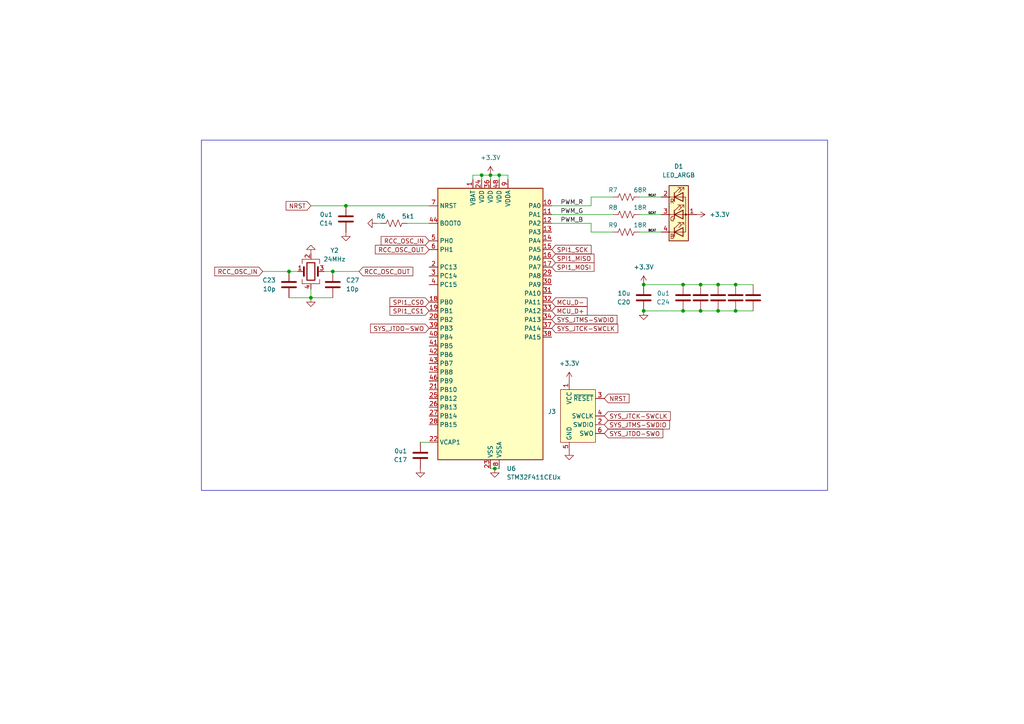
<source format=kicad_sch>
(kicad_sch (version 20250114) (generator "eeschema") (generator_version "9.0")
  (paper "A4")
  (lib_symbols
    (symbol "Connector:Conn_ARM_SWD_TagConnect_TC2030-NL" (in_bom no)
      (property "Reference" "J" (at 2.54 11.43 0))
      (property "Value" "Conn_ARM_SWD_TagConnect_TC2030-NL" (at 2.54 8.89 0))
      (symbol "Conn_ARM_SWD_TagConnect_TC2030-NL_0_0"
        (pin power_in line (at -2.54 10.16 270) (length 2.54) (name "VCC") (number "1"))
        (pin power_in line (at -2.54 -10.16 90) (length 2.54) (name "GND") (number "5"))
        (pin open_collector line (at 7.62 5.08 180) (length 2.54) (name "~{RESET}") (number "3"))
        (pin output line (at 7.62 0 180) (length 2.54) (name "SWCLK") (number "4"))
        (pin bidirectional line (at 7.62 -2.54 180) (length 2.54) (name "SWDIO") (number "2"))
        (pin input line (at 7.62 -5.08 180) (length 2.54) (name "SWO") (number "6"))
      )
      (symbol "Conn_ARM_SWD_TagConnect_TC2030-NL_0_1"
        (rectangle (start -5.08 7.62) (end 5.08 -7.62) (fill (type background)))
      )
    )
    (symbol "Device:C" (pin_numbers (hide yes)) (pin_names (offset 0.254))
      (property "Reference" "C" (at 0.635 2.54 0))
      (property "Value" "C" (at 0.635 -2.54 0))
      (symbol "C_0_1"
        (polyline (pts (xy -2.032 0.762) (xy 2.032 0.762)) (stroke (width 0.508)))
        (polyline (pts (xy -2.032 -0.762) (xy 2.032 -0.762)) (stroke (width 0.508)))
      )
      (symbol "C_1_1"
        (pin passive line (at 0 3.81 270) (length 2.794) (name "~") (number "1"))
        (pin passive line (at 0 -3.81 90) (length 2.794) (name "~") (number "2"))
      )
    )
    (symbol "Device:Crystal_GND24" (pin_names (offset 1.016) (hide yes))
      (property "Reference" "Y" (at 3.175 5.08 0))
      (property "Value" "Crystal_GND24" (at 3.175 3.175 0))
      (symbol "Crystal_GND24_0_1"
        (polyline (pts (xy -2.54 2.286) (xy -2.54 3.556) (xy 2.54 3.556) (xy 2.54 2.286)))
        (polyline (pts (xy -2.54 0) (xy -2.032 0)))
        (polyline (pts (xy -2.54 -2.286) (xy -2.54 -3.556) (xy 2.54 -3.556) (xy 2.54 -2.286)))
        (polyline (pts (xy -2.032 -1.27) (xy -2.032 1.27)) (stroke (width 0.508)))
        (rectangle (start -1.143 2.54) (end 1.143 -2.54) (stroke (width 0.3048)))
        (polyline (pts (xy 0 3.556) (xy 0 3.81)))
        (polyline (pts (xy 0 -3.81) (xy 0 -3.556)))
        (polyline (pts (xy 2.032 0) (xy 2.54 0)))
        (polyline (pts (xy 2.032 -1.27) (xy 2.032 1.27)) (stroke (width 0.508)))
      )
      (symbol "Crystal_GND24_1_1"
        (pin passive line (at -3.81 0 0) (length 1.27) (name "1") (number "1"))
        (pin passive line (at 0 5.08 270) (length 1.27) (name "2") (number "2"))
        (pin passive line (at 0 -5.08 90) (length 1.27) (name "4") (number "4"))
        (pin passive line (at 3.81 0 180) (length 1.27) (name "3") (number "3"))
      )
    )
    (symbol "Device:LED_ARGB" (pin_names (offset 0) (hide yes))
      (property "Reference" "D" (at 0 9.398 0))
      (property "Value" "LED_ARGB" (at 0 -8.89 0))
      (symbol "LED_ARGB_0_0"
        (text "R" (at -1.905 3.81 0) (effects (font (size 1.27 1.27))))
        (text "G" (at -1.905 -1.27 0) (effects (font (size 1.27 1.27))))
        (text "B" (at -1.905 -6.35 0) (effects (font (size 1.27 1.27))))
      )
      (symbol "LED_ARGB_0_1"
        (polyline (pts (xy -1.27 6.35) (xy -1.27 3.81)) (stroke (width 0.254)))
        (polyline (pts (xy -1.27 6.35) (xy -1.27 3.81) (xy -1.27 3.81)))
        (polyline (pts (xy -1.27 5.08) (xy -2.54 5.08)))
        (polyline (pts (xy -1.27 5.08) (xy 1.27 5.08)))
        (polyline (pts (xy -1.27 1.27) (xy -1.27 -1.27)) (stroke (width 0.254)))
        (polyline (pts (xy -1.27 1.27) (xy -1.27 -1.27) (xy -1.27 -1.27)))
        (polyline (pts (xy -1.27 0) (xy -2.54 0)))
        (polyline (pts (xy -1.27 -3.81) (xy -1.27 -6.35)) (stroke (width 0.254)))
        (polyline (pts (xy -1.27 -5.08) (xy -2.54 -5.08)))
        (polyline (pts (xy -1.27 -5.08) (xy 1.27 -5.08)))
        (polyline (pts (xy -1.016 6.35) (xy 0.508 7.874) (xy -0.254 7.874) (xy 0.508 7.874) (xy 0.508 7.112)))
        (polyline (pts (xy -1.016 1.27) (xy 0.508 2.794) (xy -0.254 2.794) (xy 0.508 2.794) (xy 0.508 2.032)))
        (polyline (pts (xy -1.016 -3.81) (xy 0.508 -2.286) (xy -0.254 -2.286) (xy 0.508 -2.286) (xy 0.508 -3.048)))
        (polyline (pts (xy 0 6.35) (xy 1.524 7.874) (xy 0.762 7.874) (xy 1.524 7.874) (xy 1.524 7.112)))
        (polyline (pts (xy 0 1.27) (xy 1.524 2.794) (xy 0.762 2.794) (xy 1.524 2.794) (xy 1.524 2.032)))
        (polyline (pts (xy 0 -3.81) (xy 1.524 -2.286) (xy 0.762 -2.286) (xy 1.524 -2.286) (xy 1.524 -3.048)))
        (polyline (pts (xy 1.27 6.35) (xy 1.27 3.81) (xy -1.27 5.08) (xy 1.27 6.35)) (stroke (width 0.254)))
        (rectangle (start 1.27 6.35) (end 1.27 6.35))
        (rectangle (start 1.27 3.81) (end 1.27 6.35))
        (polyline (pts (xy 1.27 1.27) (xy 1.27 -1.27) (xy -1.27 0) (xy 1.27 1.27)) (stroke (width 0.254)))
        (rectangle (start 1.27 1.27) (end 1.27 1.27))
        (polyline (pts (xy 1.27 0) (xy -1.27 0)))
        (polyline (pts (xy 1.27 0) (xy 2.54 0)))
        (rectangle (start 1.27 -1.27) (end 1.27 1.27))
        (polyline (pts (xy 1.27 -3.81) (xy 1.27 -6.35) (xy -1.27 -5.08) (xy 1.27 -3.81)) (stroke (width 0.254)))
        (polyline (pts (xy 1.27 -5.08) (xy 2.032 -5.08) (xy 2.032 5.08) (xy 1.27 5.08)))
        (circle (center 2.032 0) (radius 0.254) (fill (type outline)))
        (rectangle (start 2.794 8.382) (end -2.794 -7.62) (stroke (width 0.254)) (fill (type background)))
      )
      (symbol "LED_ARGB_1_1"
        (pin passive line (at -5.08 5.08 0) (length 2.54) (name "RK") (number "2"))
        (pin passive line (at -5.08 0 0) (length 2.54) (name "GK") (number "3"))
        (pin passive line (at -5.08 -5.08 0) (length 2.54) (name "BK") (number "4"))
        (pin passive line (at 5.08 0 180) (length 2.54) (name "A") (number "1"))
      )
    )
    (symbol "Device:R_US" (pin_numbers (hide yes)) (pin_names (offset 0))
      (property "Reference" "R" (at 2.54 0 90))
      (property "Value" "R_US" (at -2.54 0 90))
      (symbol "R_US_0_1"
        (polyline (pts (xy 0 2.286) (xy 0 2.54)))
        (polyline (pts (xy 0 2.286) (xy 1.016 1.905) (xy 0 1.524) (xy -1.016 1.143) (xy 0 0.762)))
        (polyline (pts (xy 0 0.762) (xy 1.016 0.381) (xy 0 0) (xy -1.016 -0.381) (xy 0 -0.762)))
        (polyline (pts (xy 0 -0.762) (xy 1.016 -1.143) (xy 0 -1.524) (xy -1.016 -1.905) (xy 0 -2.286)))
        (polyline (pts (xy 0 -2.286) (xy 0 -2.54)))
      )
      (symbol "R_US_1_1"
        (pin passive line (at 0 3.81 270) (length 1.27) (name "~") (number "1"))
        (pin passive line (at 0 -3.81 90) (length 1.27) (name "~") (number "2"))
      )
    )
    (symbol "MCU_ST_STM32F4:STM32F411CEUx"
      (property "Reference" "U" (at -15.24 41.91 0))
      (property "Value" "STM32F411CEUx" (at 7.62 41.91 0))
      (symbol "STM32F411CEUx_0_1"
        (rectangle (start -15.24 -38.1) (end 15.24 40.64) (stroke (width 0.254)) (fill (type background)))
      )
      (symbol "STM32F411CEUx_1_1"
        (pin input line (at -17.78 35.56 0) (length 2.54) (name "NRST") (number "7"))
        (pin input line (at -17.78 30.48 0) (length 2.54) (name "BOOT0") (number "44"))
        (pin bidirectional line (at -17.78 25.4 0) (length 2.54) (name "PH0") (number "5"))
        (pin bidirectional line (at -17.78 22.86 0) (length 2.54) (name "PH1") (number "6"))
        (pin bidirectional line (at -17.78 17.78 0) (length 2.54) (name "PC13") (number "2"))
        (pin bidirectional line (at -17.78 15.24 0) (length 2.54) (name "PC14") (number "3"))
        (pin bidirectional line (at -17.78 12.7 0) (length 2.54) (name "PC15") (number "4"))
        (pin bidirectional line (at -17.78 7.62 0) (length 2.54) (name "PB0") (number "18"))
        (pin bidirectional line (at -17.78 5.08 0) (length 2.54) (name "PB1") (number "19"))
        (pin bidirectional line (at -17.78 2.54 0) (length 2.54) (name "PB2") (number "20"))
        (pin bidirectional line (at -17.78 0 0) (length 2.54) (name "PB3") (number "39"))
        (pin bidirectional line (at -17.78 -2.54 0) (length 2.54) (name "PB4") (number "40"))
        (pin bidirectional line (at -17.78 -5.08 0) (length 2.54) (name "PB5") (number "41"))
        (pin bidirectional line (at -17.78 -7.62 0) (length 2.54) (name "PB6") (number "42"))
        (pin bidirectional line (at -17.78 -10.16 0) (length 2.54) (name "PB7") (number "43"))
        (pin bidirectional line (at -17.78 -12.7 0) (length 2.54) (name "PB8") (number "45"))
        (pin bidirectional line (at -17.78 -15.24 0) (length 2.54) (name "PB9") (number "46"))
        (pin bidirectional line (at -17.78 -17.78 0) (length 2.54) (name "PB10") (number "21"))
        (pin bidirectional line (at -17.78 -20.32 0) (length 2.54) (name "PB12") (number "25"))
        (pin bidirectional line (at -17.78 -22.86 0) (length 2.54) (name "PB13") (number "26"))
        (pin bidirectional line (at -17.78 -25.4 0) (length 2.54) (name "PB14") (number "27"))
        (pin bidirectional line (at -17.78 -27.94 0) (length 2.54) (name "PB15") (number "28"))
        (pin power_out line (at -17.78 -33.02 0) (length 2.54) (name "VCAP1") (number "22"))
        (pin power_in line (at -5.08 43.18 270) (length 2.54) (name "VBAT") (number "1"))
        (pin power_in line (at -2.54 43.18 270) (length 2.54) (name "VDD") (number "24"))
        (pin power_in line (at 0 43.18 270) (length 2.54) (name "VDD") (number "36"))
        (pin power_in line (at 0 -40.64 90) (length 2.54) (name "VSS") (number "23"))
        (pin passive line (at 0 -40.64 90) (length 2.54) (hide yes) (name "VSS") (number "35"))
        (pin passive line (at 0 -40.64 90) (length 2.54) (hide yes) (name "VSS") (number "47"))
        (pin passive line (at 0 -40.64 90) (length 2.54) (hide yes) (name "VSS") (number "49"))
        (pin power_in line (at 2.54 43.18 270) (length 2.54) (name "VDD") (number "48"))
        (pin power_in line (at 2.54 -40.64 90) (length 2.54) (name "VSSA") (number "8"))
        (pin power_in line (at 5.08 43.18 270) (length 2.54) (name "VDDA") (number "9"))
        (pin bidirectional line (at 17.78 35.56 180) (length 2.54) (name "PA0") (number "10"))
        (pin bidirectional line (at 17.78 33.02 180) (length 2.54) (name "PA1") (number "11"))
        (pin bidirectional line (at 17.78 30.48 180) (length 2.54) (name "PA2") (number "12"))
        (pin bidirectional line (at 17.78 27.94 180) (length 2.54) (name "PA3") (number "13"))
        (pin bidirectional line (at 17.78 25.4 180) (length 2.54) (name "PA4") (number "14"))
        (pin bidirectional line (at 17.78 22.86 180) (length 2.54) (name "PA5") (number "15"))
        (pin bidirectional line (at 17.78 20.32 180) (length 2.54) (name "PA6") (number "16"))
        (pin bidirectional line (at 17.78 17.78 180) (length 2.54) (name "PA7") (number "17"))
        (pin bidirectional line (at 17.78 15.24 180) (length 2.54) (name "PA8") (number "29"))
        (pin bidirectional line (at 17.78 12.7 180) (length 2.54) (name "PA9") (number "30"))
        (pin bidirectional line (at 17.78 10.16 180) (length 2.54) (name "PA10") (number "31"))
        (pin bidirectional line (at 17.78 7.62 180) (length 2.54) (name "PA11") (number "32"))
        (pin bidirectional line (at 17.78 5.08 180) (length 2.54) (name "PA12") (number "33"))
        (pin bidirectional line (at 17.78 2.54 180) (length 2.54) (name "PA13") (number "34"))
        (pin bidirectional line (at 17.78 0 180) (length 2.54) (name "PA14") (number "37"))
        (pin bidirectional line (at 17.78 -2.54 180) (length 2.54) (name "PA15") (number "38"))
      )
    )
    (symbol "power:+3.3V" (power) (pin_numbers (hide yes)) (pin_names (offset 0) (hide yes))
      (property "Value" "+3.3V" (at 0 3.556 0))
      (symbol "+3.3V_0_1"
        (polyline (pts (xy -0.762 1.27) (xy 0 2.54)))
        (polyline (pts (xy 0 2.54) (xy 0.762 1.27)))
        (polyline (pts (xy 0 0) (xy 0 2.54)))
      )
      (symbol "+3.3V_1_1"
        (pin power_in line (at 0 0 90) (length 0) (name "~") (number "1"))
      )
    )
    (symbol "power:GND" (power) (pin_numbers (hide yes)) (pin_names (offset 0) (hide yes))
      (property "Value" "GND" (at 0 -3.81 0))
      (symbol "GND_0_1"
        (polyline (pts (xy 0 0) (xy 0 -1.27) (xy 1.27 -1.27) (xy 0 -2.54) (xy -1.27 -1.27) (xy 0 -1.27)))
      )
      (symbol "GND_1_1"
        (pin power_in line (at 0 0 270) (length 0) (name "~") (number "1"))
      )
    )
  )
  (rectangle (start 58.42 40.64) (end 240.03 142.24))
  (junction (at 90.17 86.36))
  (junction (at 213.36 90.17))
  (junction (at 139.7 50.8))
  (junction (at 186.69 90.17))
  (junction (at 143.51 135.89))
  (junction (at 203.2 90.17))
  (junction (at 208.28 90.17))
  (junction (at 198.12 82.55))
  (junction (at 144.78 50.8))
  (junction (at 203.2 82.55))
  (junction (at 198.12 90.17))
  (junction (at 96.52 78.74))
  (junction (at 142.24 50.8))
  (junction (at 100.33 59.69))
  (junction (at 83.82 78.74))
  (junction (at 186.69 82.55))
  (junction (at 208.28 82.55))
  (junction (at 213.36 82.55))
  (wire (pts (xy 208.28 82.55) (xy 213.36 82.55)))
  (wire (pts (xy 109.22 64.77) (xy 110.49 64.77)))
  (wire (pts (xy 143.51 135.89) (xy 144.78 135.89)))
  (wire (pts (xy 198.12 82.55) (xy 203.2 82.55)))
  (wire (pts (xy 171.45 59.69) (xy 171.45 57.15)))
  (wire (pts (xy 213.36 90.17) (xy 218.44 90.17)))
  (wire (pts (xy 203.2 90.17) (xy 208.28 90.17)))
  (wire (pts (xy 185.42 62.23) (xy 191.77 62.23)))
  (wire (pts (xy 160.02 62.23) (xy 177.8 62.23)))
  (wire (pts (xy 83.82 78.74) (xy 86.36 78.74)))
  (wire (pts (xy 185.42 57.15) (xy 191.77 57.15)))
  (wire (pts (xy 144.78 50.8) (xy 144.78 52.07)))
  (wire (pts (xy 171.45 67.31) (xy 171.45 64.77)))
  (wire (pts (xy 90.17 86.36) (xy 96.52 86.36)))
  (wire (pts (xy 93.98 78.74) (xy 96.52 78.74)))
  (wire (pts (xy 171.45 67.31) (xy 177.8 67.31)))
  (wire (pts (xy 76.2 78.74) (xy 83.82 78.74)))
  (wire (pts (xy 137.16 50.8) (xy 139.7 50.8)))
  (wire (pts (xy 139.7 50.8) (xy 142.24 50.8)))
  (wire (pts (xy 104.14 78.74) (xy 96.52 78.74)))
  (wire (pts (xy 171.45 64.77) (xy 160.02 64.77)))
  (wire (pts (xy 121.92 128.27) (xy 124.46 128.27)))
  (wire (pts (xy 186.69 82.55) (xy 198.12 82.55)))
  (wire (pts (xy 139.7 50.8) (xy 139.7 52.07)))
  (wire (pts (xy 118.11 64.77) (xy 124.46 64.77)))
  (wire (pts (xy 147.32 50.8) (xy 147.32 52.07)))
  (wire (pts (xy 100.33 59.69) (xy 124.46 59.69)))
  (wire (pts (xy 203.2 82.55) (xy 208.28 82.55)))
  (wire (pts (xy 137.16 52.07) (xy 137.16 50.8)))
  (wire (pts (xy 171.45 57.15) (xy 177.8 57.15)))
  (wire (pts (xy 90.17 83.82) (xy 90.17 86.36)))
  (wire (pts (xy 142.24 135.89) (xy 143.51 135.89)))
  (wire (pts (xy 142.24 50.8) (xy 142.24 52.07)))
  (wire (pts (xy 144.78 50.8) (xy 147.32 50.8)))
  (wire (pts (xy 160.02 59.69) (xy 171.45 59.69)))
  (wire (pts (xy 90.17 59.69) (xy 100.33 59.69)))
  (wire (pts (xy 142.24 50.8) (xy 144.78 50.8)))
  (wire (pts (xy 186.69 90.17) (xy 198.12 90.17)))
  (wire (pts (xy 198.12 90.17) (xy 203.2 90.17)))
  (wire (pts (xy 185.42 67.31) (xy 191.77 67.31)))
  (wire (pts (xy 208.28 90.17) (xy 213.36 90.17)))
  (wire (pts (xy 213.36 82.55) (xy 218.44 82.55)))
  (wire (pts (xy 83.82 86.36) (xy 90.17 86.36)))
  (label "PWM_R" (at 162.56 59.69 0))
  (label "PWM_G" (at 162.56 62.23 0))
  (label "GCAT" (at 187.96 62.23 0) (effects (font (size 0.6096 0.6096))))
  (label "RCAT" (at 187.96 57.15 0) (effects (font (size 0.6096 0.6096))))
  (label "BCAT" (at 187.96 67.31 0) (effects (font (size 0.6096 0.6096))))
  (label "PWM_B" (at 162.56 64.77 0))
  (global_label "SPI1_SCK" (shape input) (at 160.02 72.39 0) (property "Intersheetrefs" "${INTERSHEET_REFS}" (effects (hide yes))))
  (global_label "SYS_JTMS-SWDIO" (shape input) (at 160.02 92.71 0) (property "Intersheetrefs" "${INTERSHEET_REFS}" (effects (hide yes))))
  (global_label "SYS_JTDO-SWO" (shape input) (at 124.46 95.25 180) (property "Intersheetrefs" "${INTERSHEET_REFS}" (effects (hide yes))))
  (global_label "SPI1_MISO" (shape input) (at 160.02 74.93 0) (property "Intersheetrefs" "${INTERSHEET_REFS}" (effects (hide yes))))
  (global_label "NRST" (shape input) (at 175.26 115.57 0) (property "Intersheetrefs" "${INTERSHEET_REFS}" (effects (hide yes))))
  (global_label "SPI1_CS1" (shape input) (at 124.46 90.17 180) (property "Intersheetrefs" "${INTERSHEET_REFS}" (effects (hide yes))))
  (global_label "SPI1_MOSI" (shape input) (at 160.02 77.47 0) (property "Intersheetrefs" "${INTERSHEET_REFS}" (effects (hide yes))))
  (global_label "RCC_OSC_IN" (shape input) (at 124.46 69.85 180) (property "Intersheetrefs" "${INTERSHEET_REFS}" (effects (hide yes))))
  (global_label "NRST" (shape input) (at 90.17 59.69 180) (property "Intersheetrefs" "${INTERSHEET_REFS}" (effects (hide yes))))
  (global_label "RCC_OSC_OUT" (shape input) (at 124.46 72.39 180) (property "Intersheetrefs" "${INTERSHEET_REFS}" (effects (hide yes))))
  (global_label "SYS_JTCK-SWCLK" (shape input) (at 175.26 120.65 0) (property "Intersheetrefs" "${INTERSHEET_REFS}" (effects (hide yes))))
  (global_label "SYS_JTDO-SWO" (shape input) (at 175.26 125.73 0) (property "Intersheetrefs" "${INTERSHEET_REFS}" (effects (hide yes))))
  (global_label "MCU_D-" (shape input) (at 160.02 87.63 0) (property "Intersheetrefs" "${INTERSHEET_REFS}" (effects (hide yes))))
  (global_label "SYS_JTMS-SWDIO" (shape input) (at 175.26 123.19 0) (property "Intersheetrefs" "${INTERSHEET_REFS}" (effects (hide yes))))
  (global_label "SPI1_CS0" (shape input) (at 124.46 87.63 180) (property "Intersheetrefs" "${INTERSHEET_REFS}" (effects (hide yes))))
  (global_label "SYS_JTCK-SWCLK" (shape input) (at 160.02 95.25 0) (property "Intersheetrefs" "${INTERSHEET_REFS}" (effects (hide yes))))
  (global_label "RCC_OSC_IN" (shape input) (at 76.2 78.74 180) (property "Intersheetrefs" "${INTERSHEET_REFS}" (effects (hide yes))))
  (global_label "MCU_D+" (shape input) (at 160.02 90.17 0) (property "Intersheetrefs" "${INTERSHEET_REFS}" (effects (hide yes))))
  (global_label "RCC_OSC_OUT" (shape input) (at 104.14 78.74 0) (property "Intersheetrefs" "${INTERSHEET_REFS}" (effects (hide yes))))
  (symbol (lib_id "power:+3.3V") (at 165.1 110.49 0) (unit 1)
    (property "Reference" "#PWR031" (effects (hide yes)))
    (property "Value" "+3.3V" (at 165.1 105.41 0))
    (property "Description" "Power symbol creates a global label with name \"+3.3V\"" (effects (hide yes)))
  )
  (symbol (lib_id "Device:Crystal_GND24") (at 90.17 78.74 0) (unit 1)
    (property "Reference" "Y2" (at 97.028 72.644 0))
    (property "Value" "24MHz" (at 97.028 75.184 0))
    (property "Footprint" "Crystal:Crystal_SMD_Abracon_ABM8G-4Pin_3.2x2.5mm" (effects (hide yes)))
    (property "Description" "Four pin crystal, GND on pins 2 and 4" (effects (hide yes)))
  )
  (symbol (lib_id "Device:R_US") (at 181.61 62.23 90) (unit 1)
    (property "Reference" "R8" (at 177.8 60.198 90))
    (property "Value" "18R" (at 185.674 60.198 90))
    (property "Footprint" "Resistor_SMD:R_0402_1005Metric" (effects (hide yes)))
    (property "Description" "Resistor, US symbol" (effects (hide yes)))
  )
  (symbol (lib_id "Device:C") (at 96.52 82.55 0) (mirror y) (unit 1)
    (property "Reference" "C27" (at 100.33 81.2799 0) (effects (justify right)))
    (property "Value" "10p" (at 100.33 83.8199 0) (effects (justify right)))
    (property "Footprint" "Capacitor_SMD:C_0201_0603Metric" (effects (hide yes)))
    (property "Description" "Unpolarized capacitor" (effects (hide yes)))
  )
  (symbol (lib_id "Device:C") (at 121.92 132.08 180) (unit 1)
    (property "Reference" "C17" (at 118.11 133.3501 0) (effects (justify left)))
    (property "Value" "0u1" (at 118.11 130.8101 0) (effects (justify left)))
    (property "Footprint" "Capacitor_SMD:C_0402_1005Metric" (effects (hide yes)))
    (property "Description" "Unpolarized capacitor" (effects (hide yes)))
  )
  (symbol (lib_id "power:GND") (at 109.22 64.77 270) (unit 1)
    (property "Reference" "#PWR025" (effects (hide yes)))
    (property "Value" "GND" (effects (hide yes)))
    (property "Description" "Power symbol creates a global label with name \"GND\" , ground" (effects (hide yes)))
  )
  (symbol (lib_id "Device:C") (at 218.44 86.36 180) (unit 1)
    (property "Reference" "C29" (effects (hide yes)))
    (property "Value" "0u1" (effects (hide yes)))
    (property "Footprint" "Capacitor_SMD:C_0402_1005Metric" (effects (hide yes)))
    (property "Description" "Unpolarized capacitor" (effects (hide yes)))
  )
  (symbol (lib_id "Device:C") (at 198.12 86.36 180) (unit 1)
    (property "Reference" "C24" (at 194.31 87.6301 0) (effects (justify left)))
    (property "Value" "0u1" (at 194.31 85.0901 0) (effects (justify left)))
    (property "Footprint" "Capacitor_SMD:C_0402_1005Metric" (effects (hide yes)))
    (property "Description" "Unpolarized capacitor" (effects (hide yes)))
  )
  (symbol (lib_id "Device:C") (at 208.28 86.36 180) (unit 1)
    (property "Reference" "C26" (effects (hide yes)))
    (property "Value" "0u1" (effects (hide yes)))
    (property "Footprint" "Capacitor_SMD:C_0402_1005Metric" (effects (hide yes)))
    (property "Description" "Unpolarized capacitor" (effects (hide yes)))
  )
  (symbol (lib_id "Device:C") (at 213.36 86.36 180) (unit 1)
    (property "Reference" "C28" (effects (hide yes)))
    (property "Value" "0u1" (effects (hide yes)))
    (property "Footprint" "Capacitor_SMD:C_0402_1005Metric" (effects (hide yes)))
    (property "Description" "Unpolarized capacitor" (effects (hide yes)))
  )
  (symbol (lib_id "power:GND") (at 186.69 90.17 0) (unit 1)
    (property "Reference" "#PWR036" (effects (hide yes)))
    (property "Value" "GND" (effects (hide yes)))
    (property "Description" "Power symbol creates a global label with name \"GND\" , ground" (effects (hide yes)))
  )
  (symbol (lib_id "MCU_ST_STM32F4:STM32F411CEUx") (at 142.24 95.25 0) (unit 1)
    (property "Reference" "U6" (at 146.9233 135.89 0) (effects (justify left)))
    (property "Value" "STM32F411CEUx" (at 146.9233 138.43 0) (effects (justify left)))
    (property "Footprint" "Package_DFN_QFN:QFN-48-1EP_7x7mm_P0.5mm_EP5.15x5.15mm_ThermalVias" (effects (hide yes)))
    (property "Datasheet" "https://www.st.com/resource/en/datasheet/stm32f411ce.pdf" (effects (hide yes)))
    (property "Description" "STMicroelectronics Arm Cortex-M4 MCU, 512KB flash, 128KB RAM, 100 MHz, 1.7-3.6V, 36 GPIO, UFQFPN48" (effects (hide yes)))
  )
  (symbol (lib_id "Device:R_US") (at 114.3 64.77 90) (unit 1)
    (property "Reference" "R6" (at 110.49 62.738 90))
    (property "Value" "5k1" (at 118.364 62.738 90))
    (property "Footprint" "Resistor_SMD:R_0402_1005Metric" (effects (hide yes)))
    (property "Description" "Resistor, US symbol" (effects (hide yes)))
  )
  (symbol (lib_id "Connector:Conn_ARM_SWD_TagConnect_TC2030-NL") (at 167.64 120.65 0) (unit 1) (in_bom no)
    (property "Reference" "J3" (at 161.29 119.3799 0) (effects (justify right)))
    (property "Value" "Conn_ARM_SWD_TagConnect_TC2030-NL" (effects (hide yes)))
    (property "Footprint" "Connector:Tag-Connect_TC2030-IDC-NL_2x03_P1.27mm_Vertical" (effects (hide yes)))
    (property "Datasheet" "https://www.tag-connect.com/wp-content/uploads/bsk-pdf-manager/TC2030-CTX_1.pdf" (effects (hide yes)))
    (property "Description" "Tag-Connect ARM Cortex SWD JTAG connector, 6 pin, no legs" (effects (hide yes)))
  )
  (symbol (lib_id "Device:R_US") (at 181.61 67.31 90) (unit 1)
    (property "Reference" "R9" (at 177.8 65.278 90))
    (property "Value" "18R" (at 185.674 65.278 90))
    (property "Footprint" "Resistor_SMD:R_0402_1005Metric" (effects (hide yes)))
    (property "Description" "Resistor, US symbol" (effects (hide yes)))
  )
  (symbol (lib_id "power:GND") (at 90.17 86.36 0) (unit 1)
    (property "Reference" "#PWR042" (effects (hide yes)))
    (property "Value" "GND" (effects (hide yes)))
    (property "Description" "Power symbol creates a global label with name \"GND\" , ground" (effects (hide yes)))
  )
  (symbol (lib_id "Device:C") (at 186.69 86.36 180) (unit 1)
    (property "Reference" "C20" (at 182.88 87.6301 0) (effects (justify left)))
    (property "Value" "10u" (at 182.88 85.0901 0) (effects (justify left)))
    (property "Footprint" "Capacitor_SMD:C_0402_1005Metric" (effects (hide yes)))
    (property "Description" "Unpolarized capacitor" (effects (hide yes)))
  )
  (symbol (lib_id "power:GND") (at 143.51 135.89 0) (unit 1)
    (property "Reference" "#PWR028" (effects (hide yes)))
    (property "Value" "GND" (effects (hide yes)))
    (property "Description" "Power symbol creates a global label with name \"GND\" , ground" (effects (hide yes)))
  )
  (symbol (lib_id "Device:C") (at 203.2 86.36 180) (unit 1)
    (property "Reference" "C25" (effects (hide yes)))
    (property "Value" "0u1" (effects (hide yes)))
    (property "Footprint" "Capacitor_SMD:C_0402_1005Metric" (effects (hide yes)))
    (property "Description" "Unpolarized capacitor" (effects (hide yes)))
  )
  (symbol (lib_id "power:+3.3V") (at 186.69 82.55 0) (unit 1)
    (property "Reference" "#PWR035" (effects (hide yes)))
    (property "Value" "+3.3V" (at 186.69 77.47 0))
    (property "Description" "Power symbol creates a global label with name \"+3.3V\"" (effects (hide yes)))
  )
  (symbol (lib_id "Device:C") (at 100.33 63.5 180) (unit 1)
    (property "Reference" "C14" (at 96.52 64.7701 0) (effects (justify left)))
    (property "Value" "0u1" (at 96.52 62.2301 0) (effects (justify left)))
    (property "Footprint" "Capacitor_SMD:C_0402_1005Metric" (effects (hide yes)))
    (property "Description" "Unpolarized capacitor" (effects (hide yes)))
  )
  (symbol (lib_id "power:GND") (at 90.17 73.66 180) (unit 1)
    (property "Reference" "#PWR041" (effects (hide yes)))
    (property "Value" "GND" (effects (hide yes)))
    (property "Description" "Power symbol creates a global label with name \"GND\" , ground" (effects (hide yes)))
  )
  (symbol (lib_id "power:+3.3V") (at 201.93 62.23 270) (unit 1)
    (property "Reference" "#PWR040" (effects (hide yes)))
    (property "Value" "+3.3V" (at 205.74 62.2299 90) (effects (justify left)))
    (property "Description" "Power symbol creates a global label with name \"+3.3V\"" (effects (hide yes)))
  )
  (symbol (lib_id "power:GND") (at 100.33 67.31 0) (unit 1)
    (property "Reference" "#PWR022" (effects (hide yes)))
    (property "Value" "GND" (effects (hide yes)))
    (property "Description" "Power symbol creates a global label with name \"GND\" , ground" (effects (hide yes)))
  )
  (symbol (lib_id "Device:C") (at 83.82 82.55 0) (unit 1)
    (property "Reference" "C23" (at 80.01 81.2799 0) (effects (justify right)))
    (property "Value" "10p" (at 80.01 83.8199 0) (effects (justify right)))
    (property "Footprint" "Capacitor_SMD:C_0201_0603Metric" (effects (hide yes)))
    (property "Description" "Unpolarized capacitor" (effects (hide yes)))
  )
  (symbol (lib_id "power:GND") (at 121.92 135.89 0) (unit 1)
    (property "Reference" "#PWR026" (effects (hide yes)))
    (property "Value" "GND" (effects (hide yes)))
    (property "Description" "Power symbol creates a global label with name \"GND\" , ground" (effects (hide yes)))
  )
  (symbol (lib_id "Device:LED_ARGB") (at 196.85 62.23 0) (unit 1)
    (property "Reference" "D1" (at 196.85 48.26 0))
    (property "Value" "LED_ARGB" (at 196.85 50.8 0))
    (property "Footprint" "LED_SMD:LED_RGB_Wuerth-PLCC4_3.2x2.8mm_150141M173100" (effects (hide yes)))
    (property "Description" "RGB LED, anode/red/green/blue" (effects (hide yes)))
  )
  (symbol (lib_id "power:GND") (at 165.1 130.81 0) (unit 1)
    (property "Reference" "#PWR032" (effects (hide yes)))
    (property "Value" "GND" (effects (hide yes)))
    (property "Description" "Power symbol creates a global label with name \"GND\" , ground" (effects (hide yes)))
  )
  (symbol (lib_id "power:+3.3V") (at 142.24 50.8 0) (unit 1)
    (property "Reference" "#PWR027" (effects (hide yes)))
    (property "Value" "+3.3V" (at 142.24 45.72 0))
    (property "Description" "Power symbol creates a global label with name \"+3.3V\"" (effects (hide yes)))
  )
  (symbol (lib_id "Device:R_US") (at 181.61 57.15 90) (unit 1)
    (property "Reference" "R7" (at 177.8 55.118 90))
    (property "Value" "68R" (at 185.674 55.118 90))
    (property "Footprint" "Resistor_SMD:R_0402_1005Metric" (effects (hide yes)))
    (property "Description" "Resistor, US symbol" (effects (hide yes)))
  )
)
</source>
